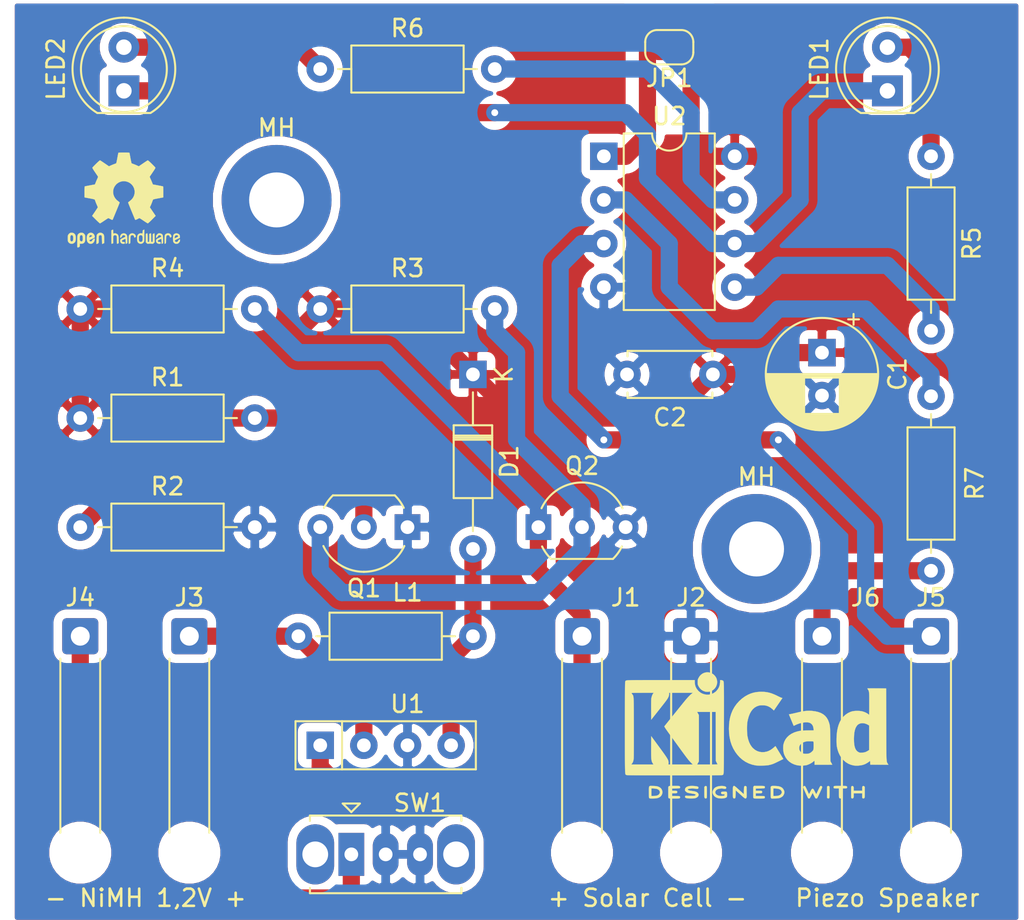
<source format=kicad_pcb>
(kicad_pcb (version 20171130) (host pcbnew "(5.1.9)-1")
  (layers (0 F.Cu signal) (31 B.Cu mixed) (34 B.Paste user) (35 F.Paste user) (36 B.SilkS user) (37 F.SilkS user) (38 B.Mask user) (39 F.Mask user) (44 Edge.Cuts user))
  (net 0 "")
  (net 1 GND)
  (net 2 "Net-(C1-Pad1)")
  (net 3 "Net-(D1-Pad2)")
  (net 4 "Net-(J1-Pad1)")
  (net 5 "Net-(BT1-Pad1)")
  (net 6 "Net-(BT1-Pad2)")
  (net 7 "Net-(J5-Pad1)")
  (net 8 "Net-(J6-Pad1)")
  (net 9 "Net-(JP1-Pad2)")
  (net 10 "Net-(Q1-Pad3)")
  (net 11 "Net-(Q1-Pad2)")
  (net 12 "Net-(R5-Pad2)")
  (net 13 "Net-(R6-Pad2)")
  (net 14 "Net-(R7-Pad2)")
  (net 15 "Net-(LED1-Pad2)")
  (net 16 "Net-(LED1-Pad1)")
  (net 17 "Net-(LED2-Pad2)")
  (module Symbol:OSHW-Logo2_7.3x6mm_SilkScreen (layer F.Cu) (at 134.62 93.98)
    (fp_text reference REF** hide)
    (fp_text value OSHW-Logo2_7.3x6mm_SilkScreen hide)
  )
  (module Symbol:KiCad-Logo2_6mm_SilkScreen (layer F.Cu) (at 171.45 124.46)
    (fp_text reference REF** hide)
    (fp_text value KiCad-Logo2_6mm_SilkScreen hide)
  )
  (module MountingHole:MountingHole_3.2mm_M3_Pad_TopBottom (layer F.Cu) (at 143.51 93.98)
    (fp_text reference MH (at 0 -4.2) (layer F.SilkS))
    (fp_text value MountingHole_3.2mm_M3_Pad_TopBottom)
    (pad 1 connect circle (at 0 0) (size 6.4 6.4) (layers B.Cu B.Mask))
    (pad 1 connect circle (at 0 0) (size 6.4 6.4) (layers F.Cu F.Mask))
    (pad 1 thru_hole circle (at 0 0) (size 3.6 3.6) (drill 3.2) (layers *.Cu *.Mask))
  )
  (module MountingHole:MountingHole_3.2mm_M3_Pad_TopBottom (layer F.Cu) (at 171.45 114.3)
    (fp_text reference MH (at 0 -4.2) (layer F.SilkS))
    (fp_text value MountingHole_3.2mm_M3_Pad_TopBottom)
    (pad 1 connect circle (at 0 0) (size 6.4 6.4) (layers B.Cu B.Mask))
    (pad 1 connect circle (at 0 0) (size 6.4 6.4) (layers F.Cu F.Mask))
    (pad 1 thru_hole circle (at 0 0) (size 3.6 3.6) (drill 3.2) (layers *.Cu *.Mask))
  )
  (module Package_TO_SOT_THT:TO-92_Inline_Wide (layer F.Cu) (at 158.75 113.03)
    (fp_text reference Q2 (at 2.54 -3.56) (layer F.SilkS))
    (fp_text value BS170)
    (pad 1 thru_hole rect (at 0 0) (size 1.5 1.5) (drill 0.8) (layers *.Cu *.Mask) (net 4 "Net-(J1-Pad1)"))
    (pad 3 thru_hole circle (at 5.08 0) (size 1.5 1.5) (drill 0.8) (layers *.Cu *.Mask) (net 1 GND))
    (pad 2 thru_hole circle (at 2.54 0) (size 1.5 1.5) (drill 0.8) (layers *.Cu *.Mask) (net 10 "Net-(Q1-Pad3)"))
  )
  (module Package_DIP:DIP-8_W7.62mm (layer F.Cu) (at 162.56 91.44)
    (fp_text reference U2 (at 3.81 -2.33) (layer F.SilkS))
    (fp_text value ATtiny85V-10PU)
    (pad 8 thru_hole oval (at 7.62 0) (size 1.6 1.6) (drill 0.8) (layers *.Cu *.Mask) (net 2 "Net-(C1-Pad1)"))
    (pad 4 thru_hole oval (at 0 7.62) (size 1.6 1.6) (drill 0.8) (layers *.Cu *.Mask) (net 1 GND))
    (pad 7 thru_hole oval (at 7.62 2.54) (size 1.6 1.6) (drill 0.8) (layers *.Cu *.Mask) (net 13 "Net-(R6-Pad2)"))
    (pad 3 thru_hole oval (at 0 5.08) (size 1.6 1.6) (drill 0.8) (layers *.Cu *.Mask) (net 7 "Net-(J5-Pad1)"))
    (pad 6 thru_hole oval (at 7.62 5.08) (size 1.6 1.6) (drill 0.8) (layers *.Cu *.Mask) (net 16 "Net-(LED1-Pad1)"))
    (pad 2 thru_hole oval (at 0 2.54) (size 1.6 1.6) (drill 0.8) (layers *.Cu *.Mask) (net 14 "Net-(R7-Pad2)"))
    (pad 5 thru_hole oval (at 7.62 7.62) (size 1.6 1.6) (drill 0.8) (layers *.Cu *.Mask) (net 12 "Net-(R5-Pad2)"))
    (pad 1 thru_hole rect (at 0 0) (size 1.6 1.6) (drill 0.8) (layers *.Cu *.Mask) (net 9 "Net-(JP1-Pad2)"))
  )
  (module Resistor_THT:R_Array_SIP4 (layer F.Cu) (at 146.05 125.73)
    (fp_text reference U1 (at 5.08 -2.4) (layer F.SilkS))
    (fp_text value YX8051_JF)
    (pad 4 thru_hole oval (at 7.62 0) (size 1.6 1.6) (drill 0.8) (layers *.Cu *.Mask) (net 3 "Net-(D1-Pad2)"))
    (pad 3 thru_hole oval (at 5.08 0) (size 1.6 1.6) (drill 0.8) (layers *.Cu *.Mask) (net 1 GND))
    (pad 2 thru_hole oval (at 2.54 0) (size 1.6 1.6) (drill 0.8) (layers *.Cu *.Mask) (net 5 "Net-(BT1-Pad1)"))
    (pad 1 thru_hole rect (at 0 0) (size 1.6 1.6) (drill 0.8) (layers *.Cu *.Mask) (net 4 "Net-(J1-Pad1)"))
  )
  (module Button_Switch_THT:SW_Slide_1P2T_CK_OS102011MS2Q (layer F.Cu) (at 147.86 132.08)
    (fp_text reference SW1 (at 3.99 -2.99) (layer F.SilkS))
    (fp_text value SW_SPDT)
    (pad "" thru_hole oval (at 6.1 0) (size 2.2 3.5) (drill 1.5) (layers *.Cu *.Mask))
    (pad "" thru_hole oval (at -2.1 0) (size 2.2 3.5) (drill 1.5) (layers *.Cu *.Mask))
    (pad 3 thru_hole oval (at 4 0) (size 1.5 2.5) (drill 0.8) (layers *.Cu *.Mask) (net 1 GND))
    (pad 2 thru_hole oval (at 2 0) (size 1.5 2.5) (drill 0.8) (layers *.Cu *.Mask) (net 1 GND))
    (pad 1 thru_hole rect (at 0 0) (size 1.5 2.5) (drill 0.8) (layers *.Cu *.Mask) (net 6 "Net-(BT1-Pad2)"))
  )
  (module Resistor_THT:R_Axial_DIN0207_L6.3mm_D2.5mm_P10.16mm_Horizontal (layer F.Cu) (at 181.61 115.57 90)
    (fp_text reference R7 (at 5.08 2.54 90) (layer F.SilkS))
    (fp_text value 120)
    (pad 2 thru_hole oval (at 10.16 0 90) (size 1.6 1.6) (drill 0.8) (layers *.Cu *.Mask) (net 14 "Net-(R7-Pad2)"))
    (pad 1 thru_hole circle (at 0 0 90) (size 1.6 1.6) (drill 0.8) (layers *.Cu *.Mask) (net 8 "Net-(J6-Pad1)"))
  )
  (module Resistor_THT:R_Axial_DIN0207_L6.3mm_D2.5mm_P10.16mm_Horizontal (layer F.Cu) (at 146.05 86.36)
    (fp_text reference R6 (at 5.08 -2.37) (layer F.SilkS))
    (fp_text value 120)
    (pad 2 thru_hole oval (at 10.16 0) (size 1.6 1.6) (drill 0.8) (layers *.Cu *.Mask) (net 13 "Net-(R6-Pad2)"))
    (pad 1 thru_hole circle (at 0 0) (size 1.6 1.6) (drill 0.8) (layers *.Cu *.Mask) (net 17 "Net-(LED2-Pad2)"))
  )
  (module Resistor_THT:R_Axial_DIN0207_L6.3mm_D2.5mm_P10.16mm_Horizontal (layer F.Cu) (at 181.61 91.44 270)
    (fp_text reference R5 (at 5.08 -2.37 90) (layer F.SilkS))
    (fp_text value 120)
    (pad 2 thru_hole oval (at 10.16 0 270) (size 1.6 1.6) (drill 0.8) (layers *.Cu *.Mask) (net 12 "Net-(R5-Pad2)"))
    (pad 1 thru_hole circle (at 0 0 270) (size 1.6 1.6) (drill 0.8) (layers *.Cu *.Mask) (net 15 "Net-(LED1-Pad2)"))
  )
  (module Resistor_THT:R_Axial_DIN0207_L6.3mm_D2.5mm_P10.16mm_Horizontal (layer F.Cu) (at 132.08 100.33)
    (fp_text reference R4 (at 5.08 -2.37) (layer F.SilkS))
    (fp_text value 220k)
    (pad 2 thru_hole oval (at 10.16 0) (size 1.6 1.6) (drill 0.8) (layers *.Cu *.Mask) (net 4 "Net-(J1-Pad1)"))
    (pad 1 thru_hole circle (at 0 0) (size 1.6 1.6) (drill 0.8) (layers *.Cu *.Mask) (net 2 "Net-(C1-Pad1)"))
  )
  (module Resistor_THT:R_Axial_DIN0207_L6.3mm_D2.5mm_P10.16mm_Horizontal (layer F.Cu) (at 146.05 100.33)
    (fp_text reference R3 (at 5.08 -2.37) (layer F.SilkS))
    (fp_text value 470k)
    (pad 2 thru_hole oval (at 10.16 0) (size 1.6 1.6) (drill 0.8) (layers *.Cu *.Mask) (net 10 "Net-(Q1-Pad3)"))
    (pad 1 thru_hole circle (at 0 0) (size 1.6 1.6) (drill 0.8) (layers *.Cu *.Mask) (net 2 "Net-(C1-Pad1)"))
  )
  (module Resistor_THT:R_Axial_DIN0207_L6.3mm_D2.5mm_P10.16mm_Horizontal (layer F.Cu) (at 132.08 113.03)
    (fp_text reference R2 (at 5.08 -2.37) (layer F.SilkS))
    (fp_text value 470k)
    (pad 2 thru_hole oval (at 10.16 0) (size 1.6 1.6) (drill 0.8) (layers *.Cu *.Mask) (net 1 GND))
    (pad 1 thru_hole circle (at 0 0) (size 1.6 1.6) (drill 0.8) (layers *.Cu *.Mask) (net 11 "Net-(Q1-Pad2)"))
  )
  (module Resistor_THT:R_Axial_DIN0207_L6.3mm_D2.5mm_P10.16mm_Horizontal (layer F.Cu) (at 132.08 106.68)
    (fp_text reference R1 (at 5.08 -2.37) (layer F.SilkS))
    (fp_text value 1,5M)
    (pad 2 thru_hole oval (at 10.16 0) (size 1.6 1.6) (drill 0.8) (layers *.Cu *.Mask) (net 11 "Net-(Q1-Pad2)"))
    (pad 1 thru_hole circle (at 0 0) (size 1.6 1.6) (drill 0.8) (layers *.Cu *.Mask) (net 2 "Net-(C1-Pad1)"))
  )
  (module Package_TO_SOT_THT:TO-92_Inline_Wide (layer F.Cu) (at 151.13 113.03 180)
    (fp_text reference Q1 (at 2.54 -3.56) (layer F.SilkS))
    (fp_text value 2N7000)
    (pad 1 thru_hole rect (at 0 0 180) (size 1.5 1.5) (drill 0.8) (layers *.Cu *.Mask) (net 1 GND))
    (pad 3 thru_hole circle (at 5.08 0 180) (size 1.5 1.5) (drill 0.8) (layers *.Cu *.Mask) (net 10 "Net-(Q1-Pad3)"))
    (pad 2 thru_hole circle (at 2.54 0 180) (size 1.5 1.5) (drill 0.8) (layers *.Cu *.Mask) (net 11 "Net-(Q1-Pad2)"))
  )
  (module Resistor_THT:R_Axial_DIN0207_L6.3mm_D2.5mm_P10.16mm_Horizontal (layer F.Cu) (at 144.78 119.38)
    (fp_text reference L1 (at 6.35 -2.54) (layer F.SilkS))
    (fp_text value 47uH)
    (pad 2 thru_hole oval (at 10.16 0) (size 1.6 1.6) (drill 0.8) (layers *.Cu *.Mask) (net 3 "Net-(D1-Pad2)"))
    (pad 1 thru_hole circle (at 0 0) (size 1.6 1.6) (drill 0.8) (layers *.Cu *.Mask) (net 5 "Net-(BT1-Pad1)"))
  )
  (module Jumper:SolderJumper-2_P1.3mm_Open_RoundedPad1.0x1.5mm (layer F.Cu) (at 166.37 85.09 180)
    (fp_text reference JP1 (at 0 -1.8) (layer F.SilkS))
    (fp_text value SolderJumper_2_Bridged)
    (pad 2 smd custom (at 0.65 0 180) (size 1 0.5) (layers F.Cu F.Mask) (net 9 "Net-(JP1-Pad2)") (options (clearance outline) (anchor rect)) (primitives (gr_circle (center 0 0.25) (end 0.5 0.25) (width 0)) (gr_circle (center 0 -0.25) (end 0.5 -0.25) (width 0)) (gr_poly (pts (xy 0 -0.75) (xy -0.5 -0.75) (xy -0.5 0.75) (xy 0 0.75)) (width 0))))
    (pad 1 smd custom (at -0.65 0 180) (size 1 0.5) (layers F.Cu F.Mask) (net 2 "Net-(C1-Pad1)") (options (clearance outline) (anchor rect)) (primitives (gr_circle (center 0 0.25) (end 0.5 0.25) (width 0)) (gr_circle (center 0 -0.25) (end 0.5 -0.25) (width 0)) (gr_poly (pts (xy 0 -0.75) (xy 0.5 -0.75) (xy 0.5 0.75) (xy 0 0.75)) (width 0))))
  )
  (module Connector_Wire:SolderWire-0.5sqmm_1x01_D0.9mm_OD2.1mm_Relief (layer F.Cu) (at 175.26 119.38)
    (fp_text reference J6 (at 2.54 -2.25) (layer F.SilkS))
    (fp_text value Conn_01x01)
    (pad "" np_thru_hole circle (at 0 12.6) (size 2.6 2.6) (drill 2.6) (layers *.Cu *.Mask))
    (pad 1 thru_hole roundrect (at 0 0) (size 2.1 2.1) (drill 1.1) (layers *.Cu *.Mask) (roundrect_rratio 0.119048) (net 8 "Net-(J6-Pad1)"))
  )
  (module Connector_Wire:SolderWire-0.5sqmm_1x01_D0.9mm_OD2.1mm_Relief (layer F.Cu) (at 181.61 119.38)
    (fp_text reference J5 (at 0 -2.25) (layer F.SilkS))
    (fp_text value Conn_01x01)
    (pad "" np_thru_hole circle (at 0 12.6) (size 2.6 2.6) (drill 2.6) (layers *.Cu *.Mask))
    (pad 1 thru_hole roundrect (at 0 0) (size 2.1 2.1) (drill 1.1) (layers *.Cu *.Mask) (roundrect_rratio 0.119048) (net 7 "Net-(J5-Pad1)"))
  )
  (module Connector_Wire:SolderWire-0.5sqmm_1x01_D0.9mm_OD2.1mm_Relief (layer F.Cu) (at 132.08 119.38)
    (fp_text reference J4 (at 0 -2.25) (layer F.SilkS))
    (fp_text value Conn_01x01)
    (pad "" np_thru_hole circle (at 0 12.6) (size 2.6 2.6) (drill 2.6) (layers *.Cu *.Mask))
    (pad 1 thru_hole roundrect (at 0 0) (size 2.1 2.1) (drill 1.1) (layers *.Cu *.Mask) (roundrect_rratio 0.119048) (net 6 "Net-(BT1-Pad2)"))
  )
  (module Connector_Wire:SolderWire-0.5sqmm_1x01_D0.9mm_OD2.1mm_Relief (layer F.Cu) (at 138.43 119.38)
    (fp_text reference J3 (at 0 -2.25) (layer F.SilkS))
    (fp_text value Conn_01x01)
    (pad "" np_thru_hole circle (at 0 12.6) (size 2.6 2.6) (drill 2.6) (layers *.Cu *.Mask))
    (pad 1 thru_hole roundrect (at 0 0) (size 2.1 2.1) (drill 1.1) (layers *.Cu *.Mask) (roundrect_rratio 0.119048) (net 5 "Net-(BT1-Pad1)"))
  )
  (module Connector_Wire:SolderWire-0.5sqmm_1x01_D0.9mm_OD2.1mm_Relief (layer F.Cu) (at 167.64 119.38)
    (fp_text reference J2 (at 0 -2.25) (layer F.SilkS))
    (fp_text value Conn_01x01)
    (pad "" np_thru_hole circle (at 0 12.6) (size 2.6 2.6) (drill 2.6) (layers *.Cu *.Mask))
    (pad 1 thru_hole roundrect (at 0 0) (size 2.1 2.1) (drill 1.1) (layers *.Cu *.Mask) (roundrect_rratio 0.119048) (net 1 GND))
  )
  (module Connector_Wire:SolderWire-0.5sqmm_1x01_D0.9mm_OD2.1mm_Relief (layer F.Cu) (at 161.29 119.38)
    (fp_text reference J1 (at 2.54 -2.25) (layer F.SilkS))
    (fp_text value Conn_01x01)
    (pad "" np_thru_hole circle (at 0 12.6) (size 2.6 2.6) (drill 2.6) (layers *.Cu *.Mask))
    (pad 1 thru_hole roundrect (at 0 0) (size 2.1 2.1) (drill 1.1) (layers *.Cu *.Mask) (roundrect_rratio 0.119048) (net 4 "Net-(J1-Pad1)"))
  )
  (module LED_THT:LED_D5.0mm (layer F.Cu) (at 134.62 87.63 90)
    (fp_text reference LED2 (at 1.27 -3.96 90) (layer F.SilkS))
    (fp_text value LED_GN)
    (pad 2 thru_hole circle (at 2.54 0 90) (size 1.8 1.8) (drill 0.9) (layers *.Cu *.Mask) (net 17 "Net-(LED2-Pad2)"))
    (pad 1 thru_hole rect (at 0 0 90) (size 1.8 1.8) (drill 0.9) (layers *.Cu *.Mask) (net 16 "Net-(LED1-Pad1)"))
  )
  (module LED_THT:LED_D5.0mm (layer F.Cu) (at 179.07 87.63 90)
    (fp_text reference LED1 (at 1.27 -3.96 90) (layer F.SilkS))
    (fp_text value LED_GN)
    (pad 2 thru_hole circle (at 2.54 0 90) (size 1.8 1.8) (drill 0.9) (layers *.Cu *.Mask) (net 15 "Net-(LED1-Pad2)"))
    (pad 1 thru_hole rect (at 0 0 90) (size 1.8 1.8) (drill 0.9) (layers *.Cu *.Mask) (net 16 "Net-(LED1-Pad1)"))
  )
  (module Diode_THT:D_DO-35_SOD27_P10.16mm_Horizontal (layer F.Cu) (at 154.94 104.14 270)
    (fp_text reference D1 (at 5.08 -2.12 90) (layer F.SilkS))
    (fp_text value BAT48RL)
    (fp_text user K (at 0 -1.8 90) (layer F.SilkS))
    (pad 2 thru_hole oval (at 10.16 0 270) (size 1.6 1.6) (drill 0.8) (layers *.Cu *.Mask) (net 3 "Net-(D1-Pad2)"))
    (pad 1 thru_hole rect (at 0 0 270) (size 1.6 1.6) (drill 0.8) (layers *.Cu *.Mask) (net 2 "Net-(C1-Pad1)"))
  )
  (module Capacitor_THT:C_Disc_D4.7mm_W2.5mm_P5.00mm (layer F.Cu) (at 168.91 104.14 180)
    (fp_text reference C2 (at 2.5 -2.5) (layer F.SilkS))
    (fp_text value 100nF)
    (pad 2 thru_hole circle (at 5 0 180) (size 1.6 1.6) (drill 0.8) (layers *.Cu *.Mask) (net 1 GND))
    (pad 1 thru_hole circle (at 0 0 180) (size 1.6 1.6) (drill 0.8) (layers *.Cu *.Mask) (net 2 "Net-(C1-Pad1)"))
  )
  (module Capacitor_THT:CP_Radial_D6.3mm_P2.50mm (layer F.Cu) (at 175.26 102.87 270)
    (fp_text reference C1 (at 1.25 -4.4 90) (layer F.SilkS))
    (fp_text value 220uF)
    (pad 2 thru_hole circle (at 2.5 0 270) (size 1.6 1.6) (drill 0.8) (layers *.Cu *.Mask) (net 1 GND))
    (pad 1 thru_hole rect (at 0 0 270) (size 1.6 1.6) (drill 0.8) (layers *.Cu *.Mask) (net 2 "Net-(C1-Pad1)"))
  )
  (gr_text "Piezo Speaker" (at 179.07 134.62) (layer F.SilkS) (effects (font (size 1 1))))
  (gr_text "+ Solar Cell -" (at 165.1 134.62) (layer F.SilkS) (effects (font (size 1 1))))
  (gr_text "- NiMH 1,2V +" (at 135.89 134.62) (layer F.SilkS) (effects (font (size 1 1))))
  (segment (start 163.83 104.06) (end 163.91 104.14) (width 1) (layer B.Cu) (net 1))
  (segment (start 163.91 112.95) (end 163.83 113.03) (width 1) (layer B.Cu) (net 1))
  (segment (start 132.08 106.68) (end 132.08 100.33) (width 1) (layer F.Cu) (net 2))
  (segment (start 132.08 100.33) (end 137.16 100.33) (width 1) (layer F.Cu) (net 2))
  (segment (start 137.16 100.33) (end 139.7 102.87) (width 1) (layer F.Cu) (net 2))
  (segment (start 143.51 102.87) (end 146.05 100.33) (width 1) (layer F.Cu) (net 2))
  (segment (start 139.7 102.87) (end 143.51 102.87) (width 1) (layer F.Cu) (net 2))
  (segment (start 146.05 100.33) (end 151.13 100.33) (width 1) (layer F.Cu) (net 2))
  (segment (start 151.13 100.33) (end 154.94 104.14) (width 1) (layer F.Cu) (net 2))
  (segment (start 168.91 104.14) (end 171.45 104.14) (width 1) (layer F.Cu) (net 2))
  (segment (start 172.72 102.87) (end 175.26 102.87) (width 1) (layer F.Cu) (net 2))
  (segment (start 171.45 104.14) (end 172.72 102.87) (width 1) (layer F.Cu) (net 2))
  (segment (start 172.72 102.87) (end 172.72 92.71) (width 1) (layer F.Cu) (net 2))
  (segment (start 172.72 92.71) (end 171.45 91.44) (width 1) (layer F.Cu) (net 2))
  (segment (start 171.45 91.44) (end 170.18 91.44) (width 1) (layer F.Cu) (net 2))
  (segment (start 170.18 91.44) (end 168.91 91.44) (width 1) (layer F.Cu) (net 2))
  (segment (start 168.91 91.44) (end 167.64 90.17) (width 1) (layer F.Cu) (net 2))
  (segment (start 167.64 90.17) (end 167.64 85.09) (width 1) (layer F.Cu) (net 2))
  (segment (start 167.64 85.09) (end 167.02 85.09) (width 1) (layer F.Cu) (net 2))
  (segment (start 166.37 106.68) (end 168.91 104.14) (width 1) (layer F.Cu) (net 2))
  (segment (start 157.48 106.68) (end 166.37 106.68) (width 1) (layer F.Cu) (net 2))
  (segment (start 154.94 104.14) (end 157.48 106.68) (width 1) (layer F.Cu) (net 2))
  (segment (start 153.67 120.65) (end 154.94 119.38) (width 1) (layer F.Cu) (net 3))
  (segment (start 153.67 125.73) (end 153.67 120.65) (width 1) (layer F.Cu) (net 3))
  (segment (start 154.94 119.38) (end 154.94 114.3) (width 1) (layer F.Cu) (net 3))
  (segment (start 179.07 85.09) (end 180.34 85.09) (width 1) (layer F.Cu) (net 15))
  (segment (start 180.34 85.09) (end 181.61 86.36) (width 1) (layer F.Cu) (net 15))
  (segment (start 181.61 86.36) (end 181.61 91.44) (width 1) (layer F.Cu) (net 15))
  (segment (start 134.62 87.63) (end 143.51 87.63) (width 1) (layer F.Cu) (net 16))
  (segment (start 143.51 87.63) (end 144.78 88.9) (width 1) (layer F.Cu) (net 16))
  (segment (start 144.78 88.9) (end 156.21 88.9) (width 1) (layer F.Cu) (net 16))
  (segment (start 179.07 87.63) (end 175.26 87.63) (width 1) (layer B.Cu) (net 16))
  (segment (start 175.26 87.63) (end 173.99 88.9) (width 1) (layer B.Cu) (net 16))
  (segment (start 173.99 88.9) (end 173.99 93.98) (width 1) (layer B.Cu) (net 16))
  (segment (start 173.99 93.98) (end 171.45 96.52) (width 1) (layer B.Cu) (net 16))
  (segment (start 171.45 96.52) (end 170.18 96.52) (width 1) (layer B.Cu) (net 16))
  (segment (start 170.18 96.52) (end 168.91 96.52) (width 1) (layer B.Cu) (net 16))
  (segment (start 168.91 96.52) (end 165.1 92.71) (width 1) (layer B.Cu) (net 16))
  (segment (start 165.1 92.71) (end 165.1 91.44) (width 1) (layer B.Cu) (net 16))
  (segment (start 165.1 91.44) (end 165.1 90.17) (width 1) (layer B.Cu) (net 16))
  (segment (start 165.1 90.17) (end 163.83 88.9) (width 1) (layer B.Cu) (net 16))
  (segment (start 163.83 88.9) (end 156.21 88.9) (width 1) (layer B.Cu) (net 16))
  (via (at 156.21 88.9) (size 0.8) (drill 0.4) (layers F.Cu B.Cu) (net 16))
  (segment (start 146.05 86.36) (end 144.78 85.09) (width 1) (layer F.Cu) (net 17))
  (segment (start 144.78 85.09) (end 134.62 85.09) (width 1) (layer F.Cu) (net 17))
  (segment (start 146.05 125.73) (end 146.05 127) (width 1) (layer F.Cu) (net 4))
  (segment (start 146.05 127) (end 147.32 128.27) (width 1) (layer F.Cu) (net 4))
  (segment (start 147.32 128.27) (end 157.48 128.27) (width 1) (layer F.Cu) (net 4))
  (segment (start 161.29 124.46) (end 161.29 119.38) (width 1) (layer F.Cu) (net 4))
  (segment (start 157.48 128.27) (end 161.29 124.46) (width 1) (layer F.Cu) (net 4))
  (segment (start 142.24 100.33) (end 144.78 102.87) (width 1) (layer B.Cu) (net 4))
  (segment (start 144.78 102.87) (end 149.86 102.87) (width 1) (layer B.Cu) (net 4))
  (segment (start 149.86 102.87) (end 158.75 111.76) (width 1) (layer B.Cu) (net 4))
  (segment (start 158.75 111.76) (end 158.75 113.03) (width 1) (layer B.Cu) (net 4))
  (segment (start 158.75 113.03) (end 158.75 115.57) (width 1) (layer F.Cu) (net 4))
  (segment (start 161.29 118.11) (end 161.29 119.38) (width 1) (layer F.Cu) (net 4))
  (segment (start 158.75 115.57) (end 161.29 118.11) (width 1) (layer F.Cu) (net 4))
  (segment (start 138.43 119.38) (end 144.78 119.38) (width 1) (layer F.Cu) (net 5))
  (segment (start 144.78 119.38) (end 148.59 123.19) (width 1) (layer F.Cu) (net 5))
  (segment (start 148.59 123.19) (end 148.59 125.73) (width 1) (layer F.Cu) (net 5))
  (segment (start 132.08 119.38) (end 132.08 124.46) (width 1) (layer F.Cu) (net 6))
  (segment (start 132.08 124.46) (end 135.89 128.27) (width 1) (layer F.Cu) (net 6))
  (segment (start 147.86 132.08) (end 147.86 134.08) (width 1) (layer F.Cu) (net 6))
  (segment (start 147.86 134.08) (end 147.32 134.62) (width 1) (layer F.Cu) (net 6))
  (segment (start 142.24 130.81) (end 139.7 128.27) (width 1) (layer F.Cu) (net 6))
  (segment (start 139.7 128.27) (end 135.89 128.27) (width 1) (layer F.Cu) (net 6))
  (segment (start 142.24 130.81) (end 142.24 133.35) (width 1) (layer F.Cu) (net 6))
  (segment (start 142.24 133.35) (end 143.51 134.62) (width 1) (layer F.Cu) (net 6))
  (segment (start 143.51 134.62) (end 147.32 134.62) (width 1) (layer F.Cu) (net 6))
  (segment (start 161.29 96.52) (end 162.56 96.52) (width 1) (layer B.Cu) (net 7))
  (segment (start 160.02 97.79) (end 161.29 96.52) (width 1) (layer B.Cu) (net 7))
  (segment (start 160.02 105.41) (end 160.02 97.79) (width 1) (layer B.Cu) (net 7))
  (segment (start 162.56 107.95) (end 162.56 107.95) (width 1) (layer B.Cu) (net 7))
  (segment (start 177.8 113.03) (end 172.72 107.95) (width 1) (layer B.Cu) (net 7))
  (segment (start 177.8 118.11) (end 177.8 113.03) (width 1) (layer B.Cu) (net 7))
  (segment (start 179.07 119.38) (end 177.8 118.11) (width 1) (layer B.Cu) (net 7))
  (segment (start 181.61 119.38) (end 179.07 119.38) (width 1) (layer B.Cu) (net 7))
  (segment (start 162.56 107.95) (end 160.02 105.41) (width 1) (layer B.Cu) (net 7))
  (via (at 162.56 107.95) (size 0.8) (drill 0.4) (layers F.Cu B.Cu) (net 7))
  (segment (start 172.72 107.95) (end 172.72 107.95) (width 1) (layer B.Cu) (net 7))
  (via (at 172.72 107.95) (size 0.8) (drill 0.4) (layers F.Cu B.Cu) (net 7))
  (segment (start 162.56 107.95) (end 172.72 107.95) (width 1) (layer F.Cu) (net 7))
  (segment (start 176.53 115.57) (end 181.61 115.57) (width 1) (layer F.Cu) (net 8))
  (segment (start 175.26 116.84) (end 176.53 115.57) (width 1) (layer F.Cu) (net 8))
  (segment (start 175.26 119.38) (end 175.26 116.84) (width 1) (layer F.Cu) (net 8))
  (segment (start 162.56 91.44) (end 163.83 91.44) (width 1) (layer F.Cu) (net 9))
  (segment (start 163.83 91.44) (end 165.1 90.17) (width 1) (layer F.Cu) (net 9))
  (segment (start 165.1 90.17) (end 165.1 85.09) (width 1) (layer F.Cu) (net 9))
  (segment (start 165.1 85.09) (end 165.72 85.09) (width 1) (layer F.Cu) (net 9))
  (segment (start 161.29 113.03) (end 161.29 114.3) (width 1) (layer B.Cu) (net 10))
  (segment (start 161.29 114.3) (end 158.75 116.84) (width 1) (layer B.Cu) (net 10))
  (segment (start 158.75 116.84) (end 147.32 116.84) (width 1) (layer B.Cu) (net 10))
  (segment (start 146.05 115.57) (end 146.05 113.03) (width 1) (layer B.Cu) (net 10))
  (segment (start 147.32 116.84) (end 146.05 115.57) (width 1) (layer B.Cu) (net 10))
  (segment (start 156.21 100.33) (end 156.21 101.6) (width 1) (layer B.Cu) (net 10))
  (segment (start 156.21 101.6) (end 157.48 102.87) (width 1) (layer B.Cu) (net 10))
  (segment (start 157.48 102.87) (end 157.48 107.95) (width 1) (layer B.Cu) (net 10))
  (segment (start 157.48 107.95) (end 161.29 111.76) (width 1) (layer B.Cu) (net 10))
  (segment (start 161.29 111.76) (end 161.29 113.03) (width 1) (layer B.Cu) (net 10))
  (segment (start 148.59 113.03) (end 148.59 109.22) (width 1) (layer F.Cu) (net 11))
  (segment (start 148.59 109.22) (end 146.05 106.68) (width 1) (layer F.Cu) (net 11))
  (segment (start 146.05 106.68) (end 142.24 106.68) (width 1) (layer F.Cu) (net 11))
  (segment (start 138.43 106.68) (end 132.08 113.03) (width 1) (layer F.Cu) (net 11))
  (segment (start 142.24 106.68) (end 138.43 106.68) (width 1) (layer F.Cu) (net 11))
  (segment (start 171.45 99.06) (end 170.18 99.06) (width 1) (layer B.Cu) (net 12))
  (segment (start 172.72 97.79) (end 171.45 99.06) (width 1) (layer B.Cu) (net 12))
  (segment (start 179.07 97.79) (end 172.72 97.79) (width 1) (layer B.Cu) (net 12))
  (segment (start 181.61 100.33) (end 179.07 97.79) (width 1) (layer B.Cu) (net 12))
  (segment (start 181.61 101.6) (end 181.61 100.33) (width 1) (layer B.Cu) (net 12))
  (segment (start 170.18 93.98) (end 168.91 93.98) (width 1) (layer B.Cu) (net 13))
  (segment (start 165.1 86.36) (end 156.21 86.36) (width 1) (layer B.Cu) (net 13))
  (segment (start 168.91 93.98) (end 167.64 92.71) (width 1) (layer B.Cu) (net 13))
  (segment (start 167.64 92.71) (end 167.64 88.9) (width 1) (layer B.Cu) (net 13))
  (segment (start 167.64 88.9) (end 165.1 86.36) (width 1) (layer B.Cu) (net 13))
  (segment (start 163.83 93.98) (end 162.56 93.98) (width 1) (layer B.Cu) (net 14))
  (segment (start 166.37 96.52) (end 163.83 93.98) (width 1) (layer B.Cu) (net 14))
  (segment (start 166.37 99.06) (end 166.37 96.52) (width 1) (layer B.Cu) (net 14))
  (segment (start 168.91 101.6) (end 166.37 99.06) (width 1) (layer B.Cu) (net 14))
  (segment (start 171.45 101.6) (end 168.91 101.6) (width 1) (layer B.Cu) (net 14))
  (segment (start 172.72 100.33) (end 171.45 101.6) (width 1) (layer B.Cu) (net 14))
  (segment (start 177.8 100.33) (end 172.72 100.33) (width 1) (layer B.Cu) (net 14))
  (segment (start 181.61 104.14) (end 177.8 100.33) (width 1) (layer B.Cu) (net 14))
  (segment (start 181.61 105.41) (end 181.61 104.14) (width 1) (layer B.Cu) (net 14))
  (zone (net 2) (net_name "Net-(C1-Pad1)") (layer F.Cu) (connect_pads (clearance 0.508)) (min_thickness 0.254) (fill yes (arc_segments 32) (thermal_gap 0.508) (thermal_bridge_width 0.508))
    (polygon (pts (xy 168.91 90.17) (xy 168.91 82.55) (xy 186.69 82.55) (xy 186.69 135.89) (xy 128.27 135.89) (xy 128.27 82.55) (xy 163.83 82.55) (xy 163.83 90.17)))
  )
  (zone (net 1) (net_name GND) (layer B.Cu) (connect_pads (clearance 0.508)) (min_thickness 0.254) (fill yes (arc_segments 32) (thermal_gap 0.508) (thermal_bridge_width 0.508))
    (polygon (pts (xy 186.69 135.89) (xy 128.27 135.89) (xy 128.27 82.55) (xy 186.69 82.55)))
  )
)
</source>
